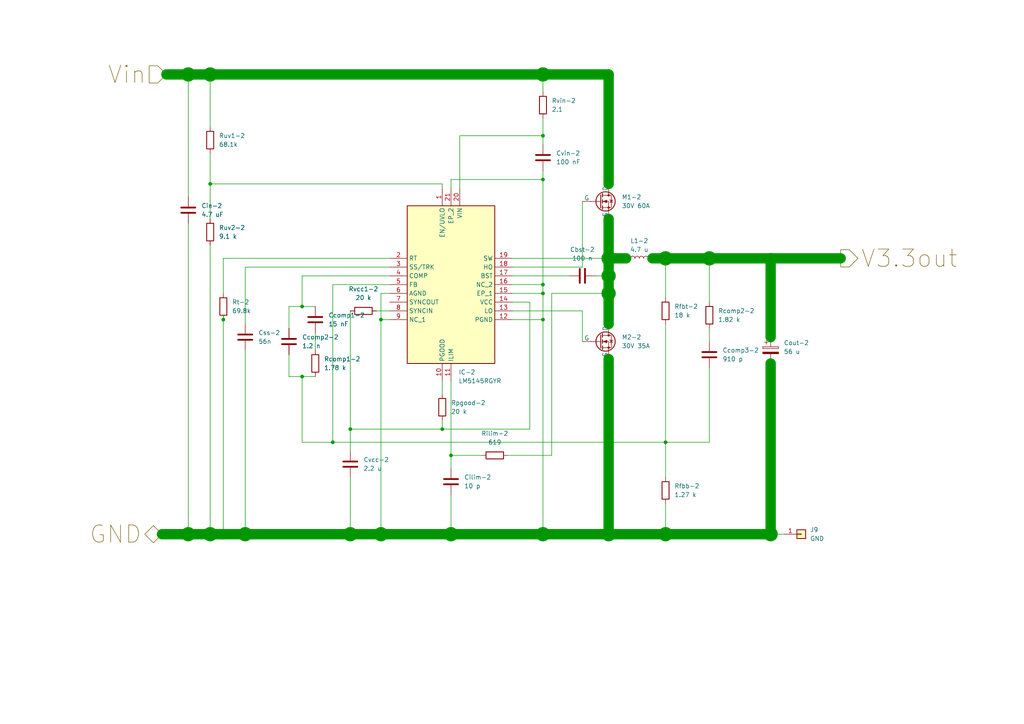
<source format=kicad_sch>
(kicad_sch (version 20230121) (generator eeschema)
  (paper "A4")
  (lib_symbols
    (symbol "Connector_Generic:Conn_01x01" (pin_names (offset 1.016) hide)
      (property "Reference" "J" (at 0 2.54 0))
      (property "Value" "Conn_01x01" (at 0 -2.54 0))
      (symbol "Conn_01x01_1_1"
        (rectangle (start -1.27 0.127) (end 0 -0.127) (stroke (width 0.1524)))
        (rectangle (start -1.27 1.27) (end 1.27 -1.27) (stroke (width 0.254)) (fill (type background)))
        (pin passive line (at -5.08 0 0) (length 3.81) (name "Pin_1") (number "1"))
      )
    )
    (symbol "Device:C" (pin_numbers hide) (pin_names (offset 0.254))
      (property "Reference" "C" (at 0.635 2.54 0))
      (property "Value" "C" (at 0.635 -2.54 0))
      (symbol "C_0_1"
        (polyline (pts (xy -2.032 -0.762) (xy 2.032 -0.762)) (stroke (width 0.508)))
        (polyline (pts (xy -2.032 0.762) (xy 2.032 0.762)) (stroke (width 0.508)))
      )
      (symbol "C_1_1"
        (pin passive line (at 0 3.81 270) (length 2.794) (name "~") (number "1"))
        (pin passive line (at 0 -3.81 90) (length 2.794) (name "~") (number "2"))
      )
    )
    (symbol "Device:C_Polarized" (pin_numbers hide) (pin_names (offset 0.254))
      (property "Reference" "C" (at 0.635 2.54 0))
      (property "Value" "C_Polarized" (at 0.635 -2.54 0))
      (symbol "C_Polarized_0_1"
        (rectangle (start -2.286 0.508) (end 2.286 1.016))
        (polyline (pts (xy -1.778 2.286) (xy -0.762 2.286)))
        (polyline (pts (xy -1.27 2.794) (xy -1.27 1.778)))
        (rectangle (start 2.286 -0.508) (end -2.286 -1.016) (fill (type outline)))
      )
      (symbol "C_Polarized_1_1"
        (pin passive line (at 0 3.81 270) (length 2.794) (name "~") (number "1"))
        (pin passive line (at 0 -3.81 90) (length 2.794) (name "~") (number "2"))
      )
    )
    (symbol "Device:L" (pin_numbers hide) (pin_names (offset 1.016) hide)
      (property "Reference" "L" (at -1.27 0 90))
      (property "Value" "L" (at 1.905 0 90))
      (symbol "L_0_1"
        (arc (start 0 -2.54) (mid 0.6323 -1.905) (end 0 -1.27))
        (arc (start 0 -1.27) (mid 0.6323 -0.635) (end 0 0))
        (arc (start 0 0) (mid 0.6323 0.635) (end 0 1.27))
        (arc (start 0 1.27) (mid 0.6323 1.905) (end 0 2.54))
      )
      (symbol "L_1_1"
        (pin passive line (at 0 3.81 270) (length 1.27) (name "1") (number "1"))
        (pin passive line (at 0 -3.81 90) (length 1.27) (name "2") (number "2"))
      )
    )
    (symbol "Device:R" (pin_numbers hide) (pin_names (offset 0))
      (property "Reference" "R" (at 2.032 0 90))
      (property "Value" "R" (at 0 0 90))
      (symbol "R_0_1"
        (rectangle (start -1.016 -2.54) (end 1.016 2.54) (stroke (width 0.254)))
      )
      (symbol "R_1_1"
        (pin passive line (at 0 3.81 270) (length 1.27) (name "~") (number "1"))
        (pin passive line (at 0 -3.81 90) (length 1.27) (name "~") (number "2"))
      )
    )
    (symbol "New_Library:LM5145RGYR"
      (property "Reference" "IC" (at 31.75 20.32 0))
      (property "Value" "LM5145RGYR" (at 31.75 17.78 0))
      (symbol "LM5145RGYR_1_1"
        (rectangle (start 5.08 15.24) (end 30.48 -30.48) (stroke (width 0.254)) (fill (type background)))
        (pin passive line (at 15.24 20.32 270) (length 5.08) (name "EN/UVLO") (number "1"))
        (pin passive line (at 15.24 -35.56 90) (length 5.08) (name "PGOOD") (number "10"))
        (pin passive line (at 17.78 -35.56 90) (length 5.08) (name "ILIM") (number "11"))
        (pin passive line (at 35.56 -17.78 180) (length 5.08) (name "PGND") (number "12"))
        (pin passive line (at 35.56 -15.24 180) (length 5.08) (name "LO") (number "13"))
        (pin passive line (at 35.56 -12.7 180) (length 5.08) (name "VCC") (number "14"))
        (pin passive line (at 35.56 -10.16 180) (length 5.08) (name "EP_1") (number "15"))
        (pin passive line (at 35.56 -7.62 180) (length 5.08) (name "NC_2") (number "16"))
        (pin passive line (at 35.56 -5.08 180) (length 5.08) (name "BST") (number "17"))
        (pin passive line (at 35.56 -2.54 180) (length 5.08) (name "HO") (number "18"))
        (pin passive line (at 35.56 0 180) (length 5.08) (name "SW") (number "19"))
        (pin passive line (at 0 0 0) (length 5.08) (name "RT") (number "2"))
        (pin passive line (at 20.32 20.32 270) (length 5.08) (name "VIN") (number "20"))
        (pin passive line (at 17.78 20.32 270) (length 5.08) (name "EP_2") (number "21"))
        (pin passive line (at 0 -2.54 0) (length 5.08) (name "SS/TRK") (number "3"))
        (pin passive line (at 0 -5.08 0) (length 5.08) (name "COMP") (number "4"))
        (pin passive line (at 0 -7.62 0) (length 5.08) (name "FB") (number "5"))
        (pin passive line (at 0 -10.16 0) (length 5.08) (name "AGND") (number "6"))
        (pin passive line (at 0 -12.7 0) (length 5.08) (name "SYNCOUT") (number "7"))
        (pin passive line (at 0 -15.24 0) (length 5.08) (name "SYNCIN") (number "8"))
        (pin passive line (at 0 -17.78 0) (length 5.08) (name "NC_1") (number "9"))
      )
    )
    (symbol "Simulation_SPICE:NMOS" (pin_numbers hide) (pin_names (offset 0))
      (property "Reference" "Q" (at 5.08 1.27 0))
      (property "Value" "NMOS" (at 5.08 -1.27 0))
      (symbol "NMOS_0_1"
        (polyline (pts (xy 0.254 0) (xy -2.54 0)))
        (polyline (pts (xy 0.254 1.905) (xy 0.254 -1.905)) (stroke (width 0.254)))
        (polyline (pts (xy 0.762 -1.27) (xy 0.762 -2.286)) (stroke (width 0.254)))
        (polyline (pts (xy 0.762 0.508) (xy 0.762 -0.508)) (stroke (width 0.254)))
        (polyline (pts (xy 0.762 2.286) (xy 0.762 1.27)) (stroke (width 0.254)))
        (polyline (pts (xy 2.54 2.54) (xy 2.54 1.778)))
        (polyline (pts (xy 2.54 -2.54) (xy 2.54 0) (xy 0.762 0)))
        (polyline (pts (xy 0.762 -1.778) (xy 3.302 -1.778) (xy 3.302 1.778) (xy 0.762 1.778)))
        (polyline (pts (xy 1.016 0) (xy 2.032 0.381) (xy 2.032 -0.381) (xy 1.016 0)) (fill (type outline)))
        (polyline (pts (xy 2.794 0.508) (xy 2.921 0.381) (xy 3.683 0.381) (xy 3.81 0.254)))
        (polyline (pts (xy 3.302 0.381) (xy 2.921 -0.254) (xy 3.683 -0.254) (xy 3.302 0.381)))
        (circle (center 1.651 0) (radius 2.794) (stroke (width 0.254)))
        (circle (center 2.54 -1.778) (radius 0.254) (fill (type outline)))
        (circle (center 2.54 1.778) (radius 0.254) (fill (type outline)))
      )
      (symbol "NMOS_1_1"
        (pin passive line (at 2.54 5.08 270) (length 2.54) (name "D") (number "1"))
        (pin input line (at -5.08 0 0) (length 2.54) (name "G") (number "2"))
        (pin passive line (at 2.54 -5.08 90) (length 2.54) (name "S") (number "3"))
      )
    )
  )
  (junction (at 87.63 109.22))
  (junction (at 157.48 21.59) (diameter 4))
  (junction (at 128.27 124.46))
  (junction (at 157.48 39.37))
  (junction (at 64.77 154.94))
  (junction (at 96.52 128.27))
  (junction (at 60.96 53.34))
  (junction (at 60.96 154.94) (diameter 4))
  (junction (at 110.49 154.94) (diameter 4))
  (junction (at 101.6 154.94) (diameter 4))
  (junction (at 130.81 132.08))
  (junction (at 101.6 124.46))
  (junction (at 110.49 92.71))
  (junction (at 176.53 85.09) (diameter 4))
  (junction (at 64.77 92.71))
  (junction (at 157.48 82.55))
  (junction (at 157.48 154.94) (diameter 4))
  (junction (at 71.12 154.94) (diameter 4))
  (junction (at 193.04 74.93) (diameter 4))
  (junction (at 176.53 154.94) (diameter 4))
  (junction (at 193.04 154.94) (diameter 4))
  (junction (at 193.04 128.27))
  (junction (at 87.63 88.9))
  (junction (at 205.74 74.93) (diameter 4))
  (junction (at 60.96 21.59) (diameter 4))
  (junction (at 223.52 154.94) (diameter 4))
  (junction (at 54.61 21.59) (diameter 4))
  (junction (at 54.61 154.94) (diameter 4))
  (junction (at 157.48 52.07))
  (junction (at 130.81 154.94) (diameter 4))
  (junction (at 176.53 74.93) (diameter 4))
  (junction (at 223.52 74.93))
  (junction (at 157.48 85.09))
  (junction (at 176.53 80.01) (diameter 4))
  (junction (at 157.48 92.71))
  (wire (pts (xy 83.82 88.9) (xy 83.82 95.25)))
  (wire (pts (xy 193.04 128.27) (xy 193.04 138.43)))
  (wire (pts (xy 60.96 71.12) (xy 60.96 154.94)))
  (wire (pts (xy 64.77 91.44) (xy 64.77 92.71)))
  (wire (pts (xy 54.61 154.94) (xy 60.96 154.94)) (stroke (width 3)))
  (wire (pts (xy 133.35 39.37) (xy 157.48 39.37)))
  (wire (pts (xy 87.63 88.9) (xy 83.82 88.9)))
  (wire (pts (xy 54.61 64.77) (xy 54.61 154.94)))
  (wire (pts (xy 148.59 82.55) (xy 157.48 82.55)))
  (wire (pts (xy 172.72 80.01) (xy 176.53 80.01)))
  (wire (pts (xy 157.48 21.59) (xy 60.96 21.59)) (stroke (width 3)))
  (wire (pts (xy 46.99 154.94) (xy 54.61 154.94)) (stroke (width 3)))
  (wire (pts (xy 64.77 154.94) (xy 71.12 154.94)) (stroke (width 3)))
  (wire (pts (xy 130.81 132.08) (xy 139.7 132.08)))
  (wire (pts (xy 223.52 74.93) (xy 223.52 97.79)) (stroke (width 3)))
  (wire (pts (xy 128.27 110.49) (xy 128.27 114.3)))
  (wire (pts (xy 205.74 95.25) (xy 205.74 99.06)))
  (wire (pts (xy 113.03 80.01) (xy 87.63 80.01)))
  (wire (pts (xy 130.81 132.08) (xy 130.81 135.89)))
  (wire (pts (xy 157.48 85.09) (xy 157.48 92.71)))
  (wire (pts (xy 160.02 85.09) (xy 176.53 85.09)))
  (wire (pts (xy 87.63 109.22) (xy 91.44 109.22)))
  (wire (pts (xy 110.49 92.71) (xy 110.49 154.94)))
  (wire (pts (xy 168.91 77.47) (xy 148.59 77.47)))
  (wire (pts (xy 64.77 154.94) (xy 67.31 154.94)))
  (wire (pts (xy 96.52 128.27) (xy 87.63 128.27)))
  (wire (pts (xy 176.53 53.34) (xy 176.53 21.59)) (stroke (width 3)))
  (wire (pts (xy 148.59 80.01) (xy 165.1 80.01)))
  (wire (pts (xy 205.74 128.27) (xy 193.04 128.27)))
  (wire (pts (xy 160.02 132.08) (xy 160.02 85.09)))
  (wire (pts (xy 193.04 74.93) (xy 193.04 86.36)))
  (wire (pts (xy 54.61 21.59) (xy 54.61 57.15)))
  (wire (pts (xy 64.77 74.93) (xy 64.77 85.09)))
  (wire (pts (xy 176.53 80.01) (xy 176.53 85.09)) (stroke (width 3)))
  (wire (pts (xy 153.67 124.46) (xy 128.27 124.46)))
  (wire (pts (xy 176.53 74.93) (xy 148.59 74.93)))
  (wire (pts (xy 130.81 110.49) (xy 130.81 132.08)))
  (wire (pts (xy 168.91 58.42) (xy 168.91 77.47)))
  (wire (pts (xy 189.23 74.93) (xy 193.04 74.93)) (stroke (width 3)))
  (wire (pts (xy 83.82 102.87) (xy 83.82 109.22)))
  (wire (pts (xy 113.03 82.55) (xy 96.52 82.55)))
  (wire (pts (xy 193.04 74.93) (xy 205.74 74.93)) (stroke (width 3)))
  (wire (pts (xy 176.53 80.01) (xy 176.53 74.93)) (stroke (width 3)))
  (wire (pts (xy 101.6 138.43) (xy 101.6 154.94)))
  (wire (pts (xy 128.27 54.61) (xy 128.27 53.34)))
  (wire (pts (xy 153.67 87.63) (xy 153.67 124.46)))
  (wire (pts (xy 223.52 154.94) (xy 227.33 154.94)))
  (wire (pts (xy 193.04 74.93) (xy 194.31 74.93)))
  (wire (pts (xy 176.53 104.14) (xy 176.53 154.94)) (stroke (width 3)))
  (wire (pts (xy 101.6 124.46) (xy 101.6 130.81)))
  (wire (pts (xy 176.53 74.93) (xy 181.61 74.93)) (stroke (width 3)))
  (wire (pts (xy 101.6 154.94) (xy 110.49 154.94)) (stroke (width 3)))
  (wire (pts (xy 157.48 39.37) (xy 157.48 41.91)))
  (wire (pts (xy 96.52 82.55) (xy 96.52 128.27)))
  (wire (pts (xy 60.96 44.45) (xy 60.96 53.34)))
  (wire (pts (xy 130.81 154.94) (xy 157.48 154.94)) (stroke (width 3)))
  (wire (pts (xy 110.49 85.09) (xy 110.49 92.71)))
  (wire (pts (xy 48.26 21.59) (xy 54.61 21.59)) (stroke (width 3)))
  (wire (pts (xy 113.03 85.09) (xy 110.49 85.09)))
  (wire (pts (xy 71.12 77.47) (xy 71.12 93.98)))
  (wire (pts (xy 193.04 128.27) (xy 96.52 128.27)))
  (wire (pts (xy 157.48 82.55) (xy 157.48 85.09)))
  (wire (pts (xy 91.44 88.9) (xy 87.63 88.9)))
  (wire (pts (xy 60.96 21.59) (xy 60.96 36.83)))
  (wire (pts (xy 223.52 154.94) (xy 193.04 154.94)) (stroke (width 3)))
  (wire (pts (xy 176.53 63.5) (xy 176.53 74.93)) (stroke (width 3)))
  (wire (pts (xy 71.12 154.94) (xy 101.6 154.94)) (stroke (width 3)))
  (wire (pts (xy 168.91 99.06) (xy 168.91 90.17)))
  (wire (pts (xy 71.12 101.6) (xy 71.12 154.94)))
  (wire (pts (xy 54.61 21.59) (xy 60.96 21.59)) (stroke (width 3)))
  (wire (pts (xy 176.53 154.94) (xy 157.48 154.94)) (stroke (width 3)))
  (wire (pts (xy 133.35 54.61) (xy 133.35 39.37)))
  (wire (pts (xy 113.03 77.47) (xy 71.12 77.47)))
  (wire (pts (xy 60.96 53.34) (xy 60.96 63.5)))
  (wire (pts (xy 91.44 96.52) (xy 91.44 101.6)))
  (wire (pts (xy 193.04 146.05) (xy 193.04 154.94)))
  (wire (pts (xy 157.48 52.07) (xy 157.48 82.55)))
  (wire (pts (xy 205.74 106.68) (xy 205.74 128.27)))
  (wire (pts (xy 176.53 21.59) (xy 157.48 21.59)) (stroke (width 3)))
  (wire (pts (xy 109.22 90.17) (xy 113.03 90.17)))
  (wire (pts (xy 205.74 87.63) (xy 205.74 74.93)))
  (wire (pts (xy 110.49 154.94) (xy 130.81 154.94)) (stroke (width 3)))
  (wire (pts (xy 147.32 132.08) (xy 160.02 132.08)))
  (wire (pts (xy 130.81 52.07) (xy 157.48 52.07)))
  (wire (pts (xy 130.81 143.51) (xy 130.81 154.94)))
  (wire (pts (xy 130.81 54.61) (xy 130.81 52.07)))
  (wire (pts (xy 193.04 93.98) (xy 193.04 128.27)))
  (wire (pts (xy 193.04 154.94) (xy 176.53 154.94)) (stroke (width 3)))
  (wire (pts (xy 157.48 26.67) (xy 157.48 21.59)))
  (wire (pts (xy 60.96 154.94) (xy 64.77 154.94)) (stroke (width 3)))
  (wire (pts (xy 110.49 92.71) (xy 113.03 92.71)))
  (wire (pts (xy 128.27 53.34) (xy 60.96 53.34)))
  (wire (pts (xy 64.77 92.71) (xy 64.77 154.94)))
  (wire (pts (xy 223.52 74.93) (xy 243.84 74.93)) (stroke (width 3)))
  (wire (pts (xy 157.48 92.71) (xy 157.48 154.94)))
  (wire (pts (xy 223.52 105.41) (xy 223.52 154.94)) (stroke (width 3)))
  (wire (pts (xy 176.53 85.09) (xy 176.53 93.98)) (stroke (width 3)))
  (wire (pts (xy 148.59 85.09) (xy 157.48 85.09)))
  (wire (pts (xy 101.6 90.17) (xy 101.6 124.46)))
  (wire (pts (xy 157.48 49.53) (xy 157.48 52.07)))
  (wire (pts (xy 113.03 74.93) (xy 64.77 74.93)))
  (wire (pts (xy 205.74 74.93) (xy 223.52 74.93)) (stroke (width 3)))
  (wire (pts (xy 87.63 128.27) (xy 87.63 109.22)))
  (wire (pts (xy 101.6 124.46) (xy 128.27 124.46)))
  (wire (pts (xy 157.48 34.29) (xy 157.48 39.37)))
  (wire (pts (xy 83.82 109.22) (xy 87.63 109.22)))
  (wire (pts (xy 128.27 121.92) (xy 128.27 124.46)))
  (wire (pts (xy 148.59 87.63) (xy 153.67 87.63)))
  (wire (pts (xy 87.63 80.01) (xy 87.63 88.9)))
  (wire (pts (xy 168.91 90.17) (xy 148.59 90.17)))
  (wire (pts (xy 148.59 92.71) (xy 157.48 92.71)))
  (hierarchical_label "Vin" (shape input) (at 48.26 21.59 180) (effects (font (size 5 5))))
  (hierarchical_label "V3.3out" (shape output) (at 243.84 74.93 0) (effects (font (size 5 5))))
  (hierarchical_label "GND" (shape bidirectional) (at 46.99 154.94 180) (effects (font (size 5 5))))
  (symbol (lib_id "New_Library:LM5145RGYR") (at 113.03 74.93 0) (unit 1)
    (property "Reference" "IC-2" (at 133.0041 107.95 0) (effects (justify left)))
    (property "Value" "LM5145RGYR" (at 133.0041 110.49 0) (effects (justify left)))
    (property "Footprint" "Library:RGY0020B" (effects hide))
    (property "Datasheet" "http://www.ti.com/lit/ds/symlink/lm5145.pdf?HQS=TI-null-null-mousermode-df-pf-null-wwe&DCM=yes&ref_url=https%3A%2F%2Fwww.mouser.com%2F" (effects hide))
    (property "Manufacturer_Name" "Texas Instruments" (effects hide))
    (property "Manufacturer_Part_Number" "LM5145RGYR" (effects hide))
    (property "Mouser Part Number" "595-LM5145RGYR" (effects hide))
    (property "Mouser Price/Stock" "https://www.mouser.co.uk/ProductDetail/Texas-Instruments/LM5145RGYR?qs=gt1LBUVyoHkKVoSLabi7ZQ%3D%3D" (effects hide))
    (property "Arrow Part Number" "LM5145RGYR" (effects hide))
    (property "Arrow Price/Stock" "https://www.arrow.com/en/products/lm5145rgyr/texas-instruments?region=nac" (effects hide))
    (property "Sim.Library" "LM5145_TRANS.LIB" (effects hide))
    (property "Sim.Name" "LM5145_TRANS" (effects hide))
    (property "Sim.Device" "SUBCKT" (effects hide))
    (property "Sim.Pins" "1=AGND 2=BST 3=COMP 4=EN_UVLO 5=EP 6=EP2 7=FB 8=HO 9=ILIM 10=LO 11=NC1 12=NC2 13=PGND 14=PGOOD 15=RT 16=SS_TRK 17=SW 18=SYNCIN 19=SYNCOUT 20=VCC 21=VIN" (effects hide))
  )
  (symbol (lib_id "Device:C") (at 54.61 60.96 0) (unit 1)
    (property "Reference" "Cin-2" (at 58.42 59.69 0) (effects (justify left)))
    (property "Value" "4.7 uF" (at 58.42 62.23 0) (effects (justify left)))
    (property "Footprint" "Capacitor_SMD:C_1210_3225Metric" (effects hide))
    (property "Manufacturer_Part_Number" "GRM32ER71H475KA88L" (effects hide))
  )
  (symbol (lib_id "Device:C_Polarized") (at 223.52 101.6 0) (unit 1)
    (property "Reference" "Cout-2" (at 227.33 99.441 0) (effects (justify left)))
    (property "Value" "56 u" (at 227.33 101.981 0) (effects (justify left)))
    (property "Footprint" "Capacitor_THT:C_Radial_D6.3mm_H5.0mm_P2.50mm" (effects hide))
    (property "Datasheet" "https://hu.mouser.com/datasheet/2/420/PSGLL_e-2507380.pdf" (effects hide))
    (property "Manufacturer_Part_Number" "APSG250ELL560MF05S" (effects hide))
  )
  (symbol (lib_id "Device:R") (at 91.44 105.41 180) (unit 1)
    (property "Reference" "Rcomp1-2" (at 93.98 104.14 0) (effects (justify right)))
    (property "Value" "1.78 k" (at 93.98 106.68 0) (effects (justify right)))
    (property "Footprint" "Resistor_SMD:R_0402_1005Metric" (effects hide))
    (property "Manufacturer_Part_Number" "CRCW04021K78FKED" (effects hide))
  )
  (symbol (lib_id "Device:R") (at 105.41 90.17 90) (unit 1)
    (property "Reference" "Rvcc1-2" (at 105.41 83.82 90))
    (property "Value" "20 k" (at 105.41 86.36 90))
    (property "Footprint" "Resistor_SMD:R_0603_1608Metric" (effects hide))
    (property "Manufacturer_Part_Number" "RC0603FR-0720KL" (effects hide))
  )
  (symbol (lib_id "Device:C") (at 168.91 80.01 90) (unit 1)
    (property "Reference" "Cbst-2" (at 168.91 72.39 90))
    (property "Value" "100 n" (at 168.91 74.93 90))
    (property "Footprint" "Capacitor_SMD:C_0603_1608Metric" (effects hide))
    (property "Manufacturer_Part_Number" "GRM188R61E104KA01D" (effects hide))
  )
  (symbol (lib_id "Device:C") (at 205.74 102.87 0) (unit 1)
    (property "Reference" "Ccomp3-2" (at 209.55 101.6 0) (effects (justify left)))
    (property "Value" "910 p" (at 209.55 104.14 0) (effects (justify left)))
    (property "Footprint" "Capacitor_SMD:C_0402_1005Metric" (effects hide))
    (property "Manufacturer_Part_Number" "GRM1555C1H911JA01D" (effects hide))
  )
  (symbol (lib_id "Device:L") (at 185.42 74.93 90) (unit 1)
    (property "Reference" "L1-2" (at 185.42 69.85 90))
    (property "Value" "4.7 u" (at 185.42 72.39 90))
    (property "Footprint" "Library:A3mmCoil" (effects hide))
    (property "Datasheet" "https://www.allaboutcircuits.com/tools/coil-inductance-calculator/" (effects hide))
    (property "Manufacturer_Part_Number" "R=15,L=2.145,N=11,d=1.95, Rwire=1.68 mOhm" (effects hide))
  )
  (symbol (lib_id "Device:R") (at 60.96 67.31 0) (unit 1)
    (property "Reference" "Ruv2-2" (at 63.5 66.04 0) (effects (justify left)))
    (property "Value" "9.1 k" (at 63.5 68.58 0) (effects (justify left)))
    (property "Footprint" "Resistor_SMD:R_0603_1608Metric" (effects hide))
    (property "Manufacturer_Part_Number" "RC0603FR-079K1L" (effects hide))
  )
  (symbol (lib_id "Simulation_SPICE:NMOS") (at 173.99 58.42 0) (unit 1)
    (property "Reference" "M1-2" (at 180.34 57.15 0) (effects (justify left)))
    (property "Value" "30V 60A" (at 180.34 59.69 0) (effects (justify left)))
    (property "Footprint" "Library:TO545P521X1594X2566-3P" (effects hide))
    (property "Datasheet" "https://hu.mouser.com/datasheet/2/240/media-3320211.pdf" (effects hide))
    (property "Sim.Device" "NMOS" (effects hide))
    (property "Sim.Type" "VDMOS" (effects hide))
    (property "Sim.Pins" "1=D 2=G 3=S" (effects hide))
    (property "Manufacturer_Part_Number" "IXFX360N10T" (effects hide))
  )
  (symbol (lib_id "Device:C") (at 101.6 134.62 0) (unit 1)
    (property "Reference" "Cvcc-2" (at 105.41 133.35 0) (effects (justify left)))
    (property "Value" "2.2 u" (at 105.41 135.89 0) (effects (justify left)))
    (property "Footprint" "Capacitor_SMD:C_0402_1005Metric" (effects hide))
    (property "Manufacturer_Part_Number" "C1005X5R1V225K050BC" (effects hide))
  )
  (symbol (lib_id "Device:R") (at 193.04 90.17 0) (unit 1)
    (property "Reference" "Rfbt-2" (at 195.58 88.9 0) (effects (justify left)))
    (property "Value" "18 k" (at 195.58 91.44 0) (effects (justify left)))
    (property "Footprint" "Resistor_SMD:R_0603_1608Metric" (effects hide))
    (property "Manufacturer_Part_Number" "RC0603FR-0718KL" (effects hide))
  )
  (symbol (lib_id "Device:R") (at 205.74 91.44 0) (unit 1)
    (property "Reference" "Rcomp2-2" (at 208.28 90.17 0) (effects (justify left)))
    (property "Value" "1.82 k" (at 208.28 92.71 0) (effects (justify left)))
    (property "Footprint" "Resistor_SMD:R_0402_1005Metric" (effects hide))
    (property "Manufacturer_Part_Number" "CRCW04021K82FKED" (effects hide))
  )
  (symbol (lib_id "Device:C") (at 130.81 139.7 0) (unit 1)
    (property "Reference" "Cilim-2" (at 134.62 138.43 0) (effects (justify left)))
    (property "Value" "10 p" (at 134.62 140.97 0) (effects (justify left)))
    (property "Footprint" "Capacitor_SMD:C_0603_1608Metric" (effects hide))
    (property "Manufacturer_Part_Number" "GRM1885C2A100JA01D" (effects hide))
  )
  (symbol (lib_id "Device:C") (at 157.48 45.72 0) (unit 1)
    (property "Reference" "Cvin-2" (at 161.29 44.45 0) (effects (justify left)))
    (property "Value" "100 nF" (at 161.29 46.99 0) (effects (justify left)))
    (property "Footprint" "Capacitor_SMD:C_0603_1608Metric" (effects hide))
    (property "Manufacturer_Part_Number" "CGA3E2X7R1H104K080AA" (effects hide))
  )
  (symbol (lib_id "Device:R") (at 64.77 88.9 0) (unit 1)
    (property "Reference" "Rt-2" (at 67.31 87.63 0) (effects (justify left)))
    (property "Value" "69.8k" (at 67.31 90.17 0) (effects (justify left)))
    (property "Footprint" "Resistor_SMD:R_0402_1005Metric" (effects hide))
    (property "Manufacturer_Part_Number" "CRCW040269K8FKED" (effects hide))
  )
  (symbol (lib_id "Device:R") (at 128.27 118.11 0) (unit 1)
    (property "Reference" "Rpgood-2" (at 130.81 116.84 0) (effects (justify left)))
    (property "Value" "20 k" (at 130.81 119.38 0) (effects (justify left)))
    (property "Footprint" "Resistor_SMD:R_0603_1608Metric" (effects hide))
    (property "Manufacturer_Part_Number" "RC0603FR-0720KL" (effects hide))
  )
  (symbol (lib_id "Device:R") (at 193.04 142.24 0) (unit 1)
    (property "Reference" "Rfbb-2" (at 195.58 140.97 0) (effects (justify left)))
    (property "Value" "1.27 k" (at 195.58 143.51 0) (effects (justify left)))
    (property "Footprint" "Resistor_SMD:R_0402_1005Metric" (effects hide))
    (property "Manufacturer_Part_Number" "CRCW04021K27FKED" (effects hide))
  )
  (symbol (lib_id "Device:C") (at 91.44 92.71 180) (unit 1)
    (property "Reference" "Ccomp1-2" (at 95.25 91.44 0) (effects (justify right)))
    (property "Value" "15 nF" (at 95.25 93.98 0) (effects (justify right)))
    (property "Footprint" "Capacitor_SMD:C_0402_1005Metric" (effects hide))
    (property "Manufacturer_Part_Number" "GRM155R71C153KA01D" (effects hide))
  )
  (symbol (lib_id "Device:R") (at 157.48 30.48 0) (unit 1)
    (property "Reference" "Rvin-2" (at 160.02 29.21 0) (effects (justify left)))
    (property "Value" "2.1" (at 160.02 31.75 0) (effects (justify left)))
    (property "Footprint" "Resistor_SMD:R_0603_1608Metric" (effects hide))
    (property "Manufacturer_Part_Number" "CRCW06032R10FKEA" (effects hide))
  )
  (symbol (lib_id "Device:C") (at 83.82 99.06 180) (unit 1)
    (property "Reference" "Ccomp2-2" (at 87.63 97.79 0) (effects (justify right)))
    (property "Value" "1.2 n" (at 87.63 100.33 0) (effects (justify right)))
    (property "Footprint" "Capacitor_SMD:C_0402_1005Metric" (effects hide))
    (property "Manufacturer_Part_Number" "GRM155R71H122KA01D" (effects hide))
  )
  (symbol (lib_id "Simulation_SPICE:NMOS") (at 173.99 99.06 0) (unit 1)
    (property "Reference" "M2-2" (at 180.34 97.79 0) (effects (justify left)))
    (property "Value" "30V 35A" (at 180.34 100.33 0) (effects (justify left)))
    (property "Footprint" "Library:TO545P521X1594X2566-3P" (effects hide))
    (property "Datasheet" "https://ngspice.sourceforge.io/docs/ngspice-manual.pdf" (effects hide))
    (property "Sim.Device" "NMOS" (effects hide))
    (property "Sim.Type" "VDMOS" (effects hide))
    (property "Sim.Pins" "1=D 2=G 3=S" (effects hide))
    (property "Manufacturer_Part_Number" "IXFX360N10T" (effects hide))
  )
  (symbol (lib_id "Device:C") (at 71.12 97.79 0) (unit 1)
    (property "Reference" "Css-2" (at 74.93 96.52 0) (effects (justify left)))
    (property "Value" "56n" (at 74.93 99.06 0) (effects (justify left)))
    (property "Footprint" "Capacitor_SMD:C_0402_1005Metric" (effects hide))
    (property "Manufacturer_Part_Number" "GRM155R71C563KA88D" (effects hide))
  )
  (symbol (lib_id "Device:R") (at 60.96 40.64 0) (unit 1)
    (property "Reference" "Ruv1-2" (at 63.5 39.37 0) (effects (justify left)))
    (property "Value" "68.1k" (at 63.5 41.91 0) (effects (justify left)))
    (property "Footprint" "Resistor_SMD:R_0201_0603Metric" (effects hide))
    (property "Manufacturer_Part_Number" "RC0201FR-7D68K1L" (effects hide))
  )
  (symbol (lib_id "Connector_Generic:Conn_01x01") (at 232.41 154.94 0) (unit 1)
    (property "Reference" "J9" (at 234.95 153.67 0) (effects (justify left)))
    (property "Value" "GND" (at 234.95 156.21 0) (effects (justify left)))
    (property "Footprint" "Connector_Pin:Pin_D1.4mm_L8.5mm_W2.8mm_FlatFork" (effects hide))
    (property "Sim.Enable" "0" (effects hide))
  )
  (symbol (lib_id "Device:R") (at 143.51 132.08 90) (unit 1)
    (property "Reference" "Rilim-2" (at 143.51 125.73 90))
    (property "Value" "619" (at 143.51 128.27 90))
    (property "Footprint" "Resistor_SMD:R_0402_1005Metric" (effects hide))
    (property "Manufacturer_Part_Number" "CRCW0402619RFKED" (effects hide))
  )
)
</source>
